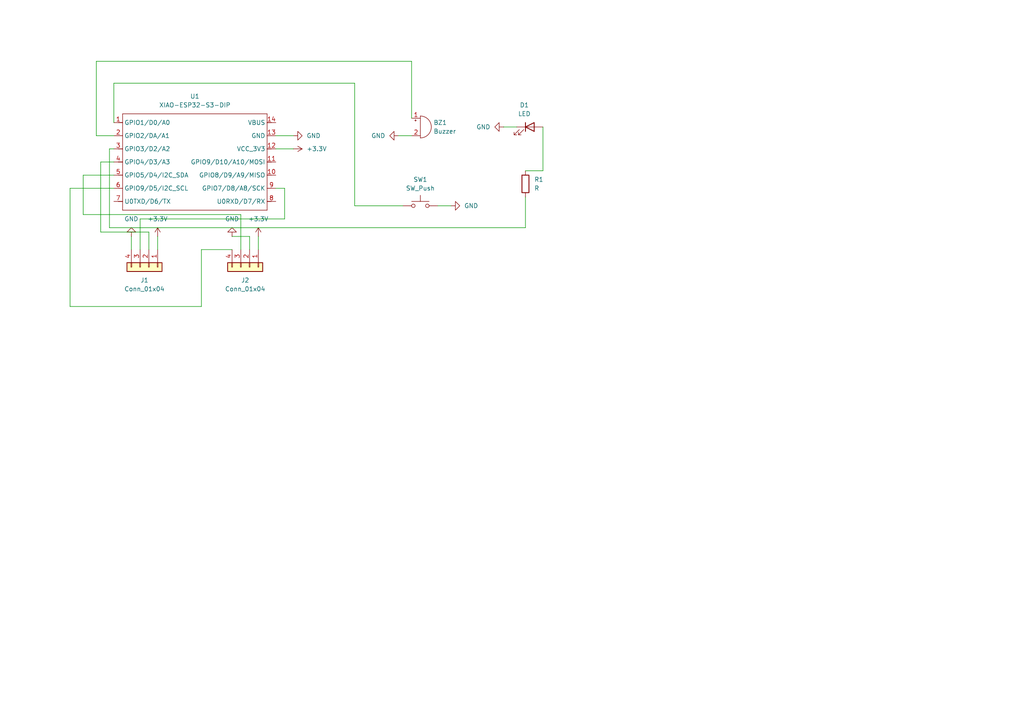
<source format=kicad_sch>
(kicad_sch (version 20250114) (generator "eeschema") (generator_version "9.0")
  (paper "A4")
  (lib_symbols
    (symbol "Connector_Generic:Conn_01x04" (pin_names (offset 1.016) (hide yes))
      (property "Reference" "J" (at 0 5.08 0))
      (property "Value" "Conn_01x04" (at 0 -7.62 0))
      (symbol "Conn_01x04_1_1"
        (rectangle (start -1.27 3.81) (end 1.27 -6.35) (stroke (width 0.254)) (fill (type background)))
        (rectangle (start -1.27 2.667) (end 0 2.413) (stroke (width 0.1524)))
        (rectangle (start -1.27 0.127) (end 0 -0.127) (stroke (width 0.1524)))
        (rectangle (start -1.27 -2.413) (end 0 -2.667) (stroke (width 0.1524)))
        (rectangle (start -1.27 -4.953) (end 0 -5.207) (stroke (width 0.1524)))
        (pin passive line (at -5.08 2.54 0) (length 3.81) (name "Pin_1") (number "1"))
        (pin passive line (at -5.08 0 0) (length 3.81) (name "Pin_2") (number "2"))
        (pin passive line (at -5.08 -2.54 0) (length 3.81) (name "Pin_3") (number "3"))
        (pin passive line (at -5.08 -5.08 0) (length 3.81) (name "Pin_4") (number "4"))
      )
    )
    (symbol "Device:Buzzer" (pin_names (offset 0.0254) (hide yes))
      (property "Reference" "BZ" (at 3.81 1.27 0))
      (property "Value" "Buzzer" (at 3.81 -1.27 0))
      (symbol "Buzzer_0_1"
        (polyline (pts (xy -1.651 1.905) (xy -1.143 1.905)))
        (polyline (pts (xy -1.397 2.159) (xy -1.397 1.651)))
        (arc (start 0 3.175) (mid 3.1612 0) (end 0 -3.175))
        (polyline (pts (xy 0 3.175) (xy 0 -3.175)))
      )
      (symbol "Buzzer_1_1"
        (pin passive line (at -2.54 2.54 0) (length 2.54) (name "+") (number "1"))
        (pin passive line (at -2.54 -2.54 0) (length 2.54) (name "-") (number "2"))
      )
    )
    (symbol "Device:LED" (pin_numbers (hide yes)) (pin_names (offset 1.016) (hide yes))
      (property "Reference" "D" (at 0 2.54 0))
      (property "Value" "LED" (at 0 -2.54 0))
      (symbol "LED_0_1"
        (polyline (pts (xy -3.048 -0.762) (xy -4.572 -2.286) (xy -3.81 -2.286) (xy -4.572 -2.286) (xy -4.572 -1.524)))
        (polyline (pts (xy -1.778 -0.762) (xy -3.302 -2.286) (xy -2.54 -2.286) (xy -3.302 -2.286) (xy -3.302 -1.524)))
        (polyline (pts (xy -1.27 0) (xy 1.27 0)))
        (polyline (pts (xy -1.27 -1.27) (xy -1.27 1.27)) (stroke (width 0.254)))
        (polyline (pts (xy 1.27 -1.27) (xy 1.27 1.27) (xy -1.27 0) (xy 1.27 -1.27)) (stroke (width 0.254)))
      )
      (symbol "LED_1_1"
        (pin passive line (at -3.81 0 0) (length 2.54) (name "K") (number "1"))
        (pin passive line (at 3.81 0 180) (length 2.54) (name "A") (number "2"))
      )
    )
    (symbol "Device:R" (pin_numbers (hide yes)) (pin_names (offset 0))
      (property "Reference" "R" (at 2.032 0 90))
      (property "Value" "R" (at 0 0 90))
      (symbol "R_0_1"
        (rectangle (start -1.016 -2.54) (end 1.016 2.54) (stroke (width 0.254)))
      )
      (symbol "R_1_1"
        (pin passive line (at 0 3.81 270) (length 1.27) (name "~") (number "1"))
        (pin passive line (at 0 -3.81 90) (length 1.27) (name "~") (number "2"))
      )
    )
    (symbol "OPL:XIAO-ESP32-S3-DIP"
      (property "Reference" "U" (at 1.27 0.508 0))
      (property "Value" "XIAO-ESP32-S3-DIP" (at 9.652 -1.778 0))
      (symbol "XIAO-ESP32-S3-DIP_1_0"
        (polyline (pts (xy 0 -2.54) (xy 41.91 -2.54)) (stroke (width 0.1524)))
        (polyline (pts (xy 0 -5.08) (xy -1.27 -5.08)) (stroke (width 0.1524)))
        (polyline (pts (xy 0 -5.08) (xy 0 -2.54)) (stroke (width 0.1524)))
        (polyline (pts (xy 0 -8.89) (xy -1.27 -8.89)) (stroke (width 0.1524)))
        (polyline (pts (xy 0 -8.89) (xy 0 -5.08)) (stroke (width 0.1524)))
        (polyline (pts (xy 0 -12.7) (xy -1.27 -12.7)) (stroke (width 0.1524)))
        (polyline (pts (xy 0 -12.7) (xy 0 -8.89)) (stroke (width 0.1524)))
        (polyline (pts (xy 0 -16.51) (xy -1.27 -16.51)) (stroke (width 0.1524)))
        (polyline (pts (xy 0 -16.51) (xy 0 -12.7)) (stroke (width 0.1524)))
        (polyline (pts (xy 0 -20.32) (xy -1.27 -20.32)) (stroke (width 0.1524)))
        (polyline (pts (xy 0 -24.13) (xy -1.27 -24.13)) (stroke (width 0.1524)))
        (polyline (pts (xy 0 -27.94) (xy -1.27 -27.94)) (stroke (width 0.1524)))
        (polyline (pts (xy 0 -30.48) (xy 0 -16.51)) (stroke (width 0.1524)))
        (polyline (pts (xy 41.91 -2.54) (xy 41.91 -5.08)) (stroke (width 0.1524)))
        (polyline (pts (xy 41.91 -5.08) (xy 41.91 -8.89)) (stroke (width 0.1524)))
        (polyline (pts (xy 41.91 -8.89) (xy 41.91 -12.7)) (stroke (width 0.1524)))
        (polyline (pts (xy 41.91 -12.7) (xy 41.91 -30.48)) (stroke (width 0.1524)))
        (polyline (pts (xy 41.91 -30.48) (xy 0 -30.48)) (stroke (width 0.1524)))
        (polyline (pts (xy 43.18 -5.08) (xy 41.91 -5.08)) (stroke (width 0.1524)))
        (polyline (pts (xy 43.18 -8.89) (xy 41.91 -8.89)) (stroke (width 0.1524)))
        (polyline (pts (xy 43.18 -12.7) (xy 41.91 -12.7)) (stroke (width 0.1524)))
        (polyline (pts (xy 43.18 -16.51) (xy 41.91 -16.51)) (stroke (width 0.1524)))
        (polyline (pts (xy 43.18 -20.32) (xy 41.91 -20.32)) (stroke (width 0.1524)))
        (polyline (pts (xy 43.18 -24.13) (xy 41.91 -24.13)) (stroke (width 0.1524)))
        (polyline (pts (xy 43.18 -27.94) (xy 41.91 -27.94)) (stroke (width 0.1524)))
        (pin passive line (at -2.54 -5.08 0) (length 2.54) (name "GPIO1/D0/A0") (number "1"))
        (pin passive line (at -2.54 -8.89 0) (length 2.54) (name "GPIO2/DA/A1") (number "2"))
        (pin passive line (at -2.54 -12.7 0) (length 2.54) (name "GPIO3/D2/A2") (number "3"))
        (pin passive line (at -2.54 -16.51 0) (length 2.54) (name "GPIO4/D3/A3") (number "4"))
        (pin passive line (at -2.54 -20.32 0) (length 2.54) (name "GPIO5/D4/I2C_SDA") (number "5"))
        (pin passive line (at -2.54 -24.13 0) (length 2.54) (name "GPIO9/D5/I2C_SCL") (number "6"))
        (pin passive line (at -2.54 -27.94 0) (length 2.54) (name "U0TXD/D6/TX") (number "7"))
        (pin passive line (at 44.45 -5.08 180) (length 2.54) (name "VBUS") (number "14"))
        (pin passive line (at 44.45 -8.89 180) (length 2.54) (name "GND") (number "13"))
        (pin passive line (at 44.45 -12.7 180) (length 2.54) (name "VCC_3V3") (number "12"))
        (pin passive line (at 44.45 -16.51 180) (length 2.54) (name "GPIO9/D10/A10/MOSI") (number "11"))
        (pin passive line (at 44.45 -20.32 180) (length 2.54) (name "GPIO8/D9/A9/MISO") (number "10"))
        (pin passive line (at 44.45 -24.13 180) (length 2.54) (name "GPIO7/D8/A8/SCK") (number "9"))
        (pin passive line (at 44.45 -27.94 180) (length 2.54) (name "U0RXD/D7/RX") (number "8"))
      )
    )
    (symbol "Switch:SW_Push" (pin_numbers (hide yes)) (pin_names (offset 1.016) (hide yes))
      (property "Reference" "SW" (at 1.27 2.54 0))
      (property "Value" "SW_Push" (at 0 -1.524 0))
      (symbol "SW_Push_0_1"
        (circle (center -2.032 0) (radius 0.508))
        (polyline (pts (xy 0 1.27) (xy 0 3.048)))
        (circle (center 2.032 0) (radius 0.508))
        (polyline (pts (xy 2.54 1.27) (xy -2.54 1.27)))
        (pin passive line (at -5.08 0 0) (length 2.54) (name "1") (number "1"))
        (pin passive line (at 5.08 0 180) (length 2.54) (name "2") (number "2"))
      )
    )
    (symbol "power:+3.3V" (power) (pin_numbers (hide yes)) (pin_names (offset 0) (hide yes))
      (property "Value" "+3.3V" (at 0 3.556 0))
      (symbol "+3.3V_0_1"
        (polyline (pts (xy -0.762 1.27) (xy 0 2.54)))
        (polyline (pts (xy 0 2.54) (xy 0.762 1.27)))
        (polyline (pts (xy 0 0) (xy 0 2.54)))
      )
      (symbol "+3.3V_1_1"
        (pin power_in line (at 0 0 90) (length 0) (name "~") (number "1"))
      )
    )
    (symbol "power:GND" (power) (pin_numbers (hide yes)) (pin_names (offset 0) (hide yes))
      (property "Value" "GND" (at 0 -3.81 0))
      (symbol "GND_0_1"
        (polyline (pts (xy 0 0) (xy 0 -1.27) (xy 1.27 -1.27) (xy 0 -2.54) (xy -1.27 -1.27) (xy 0 -1.27)))
      )
      (symbol "GND_1_1"
        (pin power_in line (at 0 0 270) (length 0) (name "~") (number "1"))
      )
    )
  )
  (wire (pts (xy 20.32 88.9) (xy 20.32 54.61)))
  (wire (pts (xy 119.38 34.29) (xy 119.38 17.78)))
  (wire (pts (xy 58.42 88.9) (xy 20.32 88.9)))
  (wire (pts (xy 20.32 54.61) (xy 33.02 54.61)))
  (wire (pts (xy 31.75 43.18) (xy 33.02 43.18)))
  (wire (pts (xy 29.21 67.31) (xy 29.21 46.99)))
  (wire (pts (xy 115.57 39.37) (xy 119.38 39.37)))
  (wire (pts (xy 102.87 24.13) (xy 102.87 59.69)))
  (wire (pts (xy 24.13 62.23) (xy 24.13 50.8)))
  (wire (pts (xy 82.55 54.61) (xy 80.01 54.61)))
  (wire (pts (xy 33.02 24.13) (xy 102.87 24.13)))
  (wire (pts (xy 27.94 17.78) (xy 27.94 39.37)))
  (wire (pts (xy 152.4 66.04) (xy 31.75 66.04)))
  (wire (pts (xy 58.42 72.39) (xy 58.42 88.9)))
  (wire (pts (xy 38.1 68.58) (xy 38.1 72.39)))
  (wire (pts (xy 43.18 72.39) (xy 43.18 67.31)))
  (wire (pts (xy 40.64 63.5) (xy 82.55 63.5)))
  (wire (pts (xy 82.55 63.5) (xy 82.55 54.61)))
  (wire (pts (xy 45.72 68.58) (xy 45.72 72.39)))
  (wire (pts (xy 67.31 72.39) (xy 58.42 72.39)))
  (wire (pts (xy 27.94 39.37) (xy 33.02 39.37)))
  (wire (pts (xy 72.39 72.39) (xy 72.39 68.58)))
  (wire (pts (xy 157.48 49.53) (xy 152.4 49.53)))
  (wire (pts (xy 43.18 67.31) (xy 29.21 67.31)))
  (wire (pts (xy 152.4 57.15) (xy 152.4 66.04)))
  (wire (pts (xy 31.75 66.04) (xy 31.75 43.18)))
  (wire (pts (xy 33.02 35.56) (xy 33.02 24.13)))
  (wire (pts (xy 69.85 72.39) (xy 69.85 62.23)))
  (wire (pts (xy 80.01 39.37) (xy 85.09 39.37)))
  (wire (pts (xy 157.48 36.83) (xy 157.48 49.53)))
  (wire (pts (xy 69.85 62.23) (xy 24.13 62.23)))
  (wire (pts (xy 102.87 59.69) (xy 116.84 59.69)))
  (wire (pts (xy 40.64 72.39) (xy 40.64 63.5)))
  (wire (pts (xy 80.01 43.18) (xy 85.09 43.18)))
  (wire (pts (xy 146.05 36.83) (xy 149.86 36.83)))
  (wire (pts (xy 119.38 17.78) (xy 27.94 17.78)))
  (wire (pts (xy 24.13 50.8) (xy 33.02 50.8)))
  (wire (pts (xy 72.39 68.58) (xy 67.31 68.58)))
  (wire (pts (xy 29.21 46.99) (xy 33.02 46.99)))
  (wire (pts (xy 127 59.69) (xy 130.81 59.69)))
  (wire (pts (xy 74.93 68.58) (xy 74.93 72.39)))
  (symbol (lib_id "power:GND") (at 130.81 59.69 90) (unit 1)
    (property "Reference" "#PWR02" (effects (hide yes)))
    (property "Value" "GND" (at 134.62 59.6899 90) (effects (justify right)))
    (property "Description" "Power symbol creates a global label with name \"GND\" , ground" (effects (hide yes)))
  )
  (symbol (lib_id "power:+3.3V") (at 85.09 43.18 270) (unit 1)
    (property "Reference" "#PWR09" (effects (hide yes)))
    (property "Value" "+3.3V" (at 88.9 43.1799 90) (effects (justify left)))
    (property "Description" "Power symbol creates a global label with name \"+3.3V\"" (effects (hide yes)))
  )
  (symbol (lib_id "OPL:XIAO-ESP32-S3-DIP") (at 35.56 30.48 0) (unit 1)
    (property "Reference" "U1" (at 56.515 27.94 0))
    (property "Value" "XIAO-ESP32-S3-DIP" (at 56.515 30.48 0))
    (property "Footprint" "OPM:XIAO-ESP32S3-DIP" (effects (hide yes)))
  )
  (symbol (lib_id "Device:Buzzer") (at 121.92 36.83 0) (unit 1)
    (property "Reference" "BZ1" (at 125.73 35.5599 0) (effects (justify left)))
    (property "Value" "Buzzer" (at 125.73 38.0999 0) (effects (justify left)))
    (property "Footprint" "Buzzer_Beeper:Buzzer_12x9.5RM7.6" (effects (hide yes)))
    (property "Description" "Buzzer, polarized" (effects (hide yes)))
  )
  (symbol (lib_id "power:+3.3V") (at 74.93 68.58 0) (unit 1)
    (property "Reference" "#PWR06" (effects (hide yes)))
    (property "Value" "+3.3V" (at 74.93 63.5 0))
    (property "Description" "Power symbol creates a global label with name \"+3.3V\"" (effects (hide yes)))
  )
  (symbol (lib_id "Device:R") (at 152.4 53.34 0) (unit 1)
    (property "Reference" "R1" (at 154.94 52.0699 0) (effects (justify left)))
    (property "Value" "R" (at 154.94 54.6099 0) (effects (justify left)))
    (property "Footprint" "Resistor_THT:R_Axial_DIN0207_L6.3mm_D2.5mm_P10.16mm_Horizontal" (effects (hide yes)))
    (property "Description" "Resistor" (effects (hide yes)))
  )
  (symbol (lib_id "Switch:SW_Push") (at 121.92 59.69 0) (unit 1)
    (property "Reference" "SW1" (at 121.92 52.07 0))
    (property "Value" "SW_Push" (at 121.92 54.61 0))
    (property "Footprint" "Button_Switch_THT:SW_PUSH-12mm" (effects (hide yes)))
    (property "Description" "Push button switch, generic, two pins" (effects (hide yes)))
  )
  (symbol (lib_id "Connector_Generic:Conn_01x04") (at 43.18 77.47 270) (unit 1)
    (property "Reference" "J1" (at 41.91 81.28 90))
    (property "Value" "Conn_01x04" (at 41.91 83.82 90))
    (property "Footprint" "Connector_PinHeader_2.54mm:PinHeader_1x04_P2.54mm_Horizontal" (effects (hide yes)))
    (property "Description" "Generic connector, single row, 01x04, script generated (kicad-library-utils/schlib/autogen/connector/)" (effects (hide yes)))
  )
  (symbol (lib_id "power:GND") (at 85.09 39.37 90) (unit 1)
    (property "Reference" "#PWR01" (effects (hide yes)))
    (property "Value" "GND" (at 88.9 39.3699 90) (effects (justify right)))
    (property "Description" "Power symbol creates a global label with name \"GND\" , ground" (effects (hide yes)))
  )
  (symbol (lib_id "power:GND") (at 67.31 68.58 180) (unit 1)
    (property "Reference" "#PWR07" (effects (hide yes)))
    (property "Value" "GND" (at 67.31 63.5 0))
    (property "Description" "Power symbol creates a global label with name \"GND\" , ground" (effects (hide yes)))
  )
  (symbol (lib_id "Connector_Generic:Conn_01x04") (at 72.39 77.47 270) (unit 1)
    (property "Reference" "J2" (at 71.12 81.28 90))
    (property "Value" "Conn_01x04" (at 71.12 83.82 90))
    (property "Footprint" "Connector_PinHeader_2.54mm:PinHeader_1x04_P2.54mm_Horizontal" (effects (hide yes)))
    (property "Description" "Generic connector, single row, 01x04, script generated (kicad-library-utils/schlib/autogen/connector/)" (effects (hide yes)))
  )
  (symbol (lib_id "power:GND") (at 38.1 68.58 180) (unit 1)
    (property "Reference" "#PWR08" (effects (hide yes)))
    (property "Value" "GND" (at 38.1 63.5 0))
    (property "Description" "Power symbol creates a global label with name \"GND\" , ground" (effects (hide yes)))
  )
  (symbol (lib_id "power:GND") (at 115.57 39.37 270) (unit 1)
    (property "Reference" "#PWR03" (effects (hide yes)))
    (property "Value" "GND" (at 111.76 39.3699 90) (effects (justify right)))
    (property "Description" "Power symbol creates a global label with name \"GND\" , ground" (effects (hide yes)))
  )
  (symbol (lib_id "power:GND") (at 146.05 36.83 270) (unit 1)
    (property "Reference" "#PWR04" (effects (hide yes)))
    (property "Value" "GND" (at 142.24 36.8299 90) (effects (justify right)))
    (property "Description" "Power symbol creates a global label with name \"GND\" , ground" (effects (hide yes)))
  )
  (symbol (lib_id "Device:LED") (at 153.67 36.83 0) (unit 1)
    (property "Reference" "D1" (at 152.0825 30.48 0))
    (property "Value" "LED" (at 152.0825 33.02 0))
    (property "Footprint" "LED_THT:LED_D5.0mm" (effects (hide yes)))
    (property "Description" "Light emitting diode" (effects (hide yes)))
    (property "Sim.Pins" "1=K 2=A" (effects (hide yes)))
  )
  (symbol (lib_id "power:+3.3V") (at 45.72 68.58 0) (unit 1)
    (property "Reference" "#PWR05" (effects (hide yes)))
    (property "Value" "+3.3V" (at 45.72 63.5 0))
    (property "Description" "Power symbol creates a global label with name \"+3.3V\"" (effects (hide yes)))
  )
)
</source>
